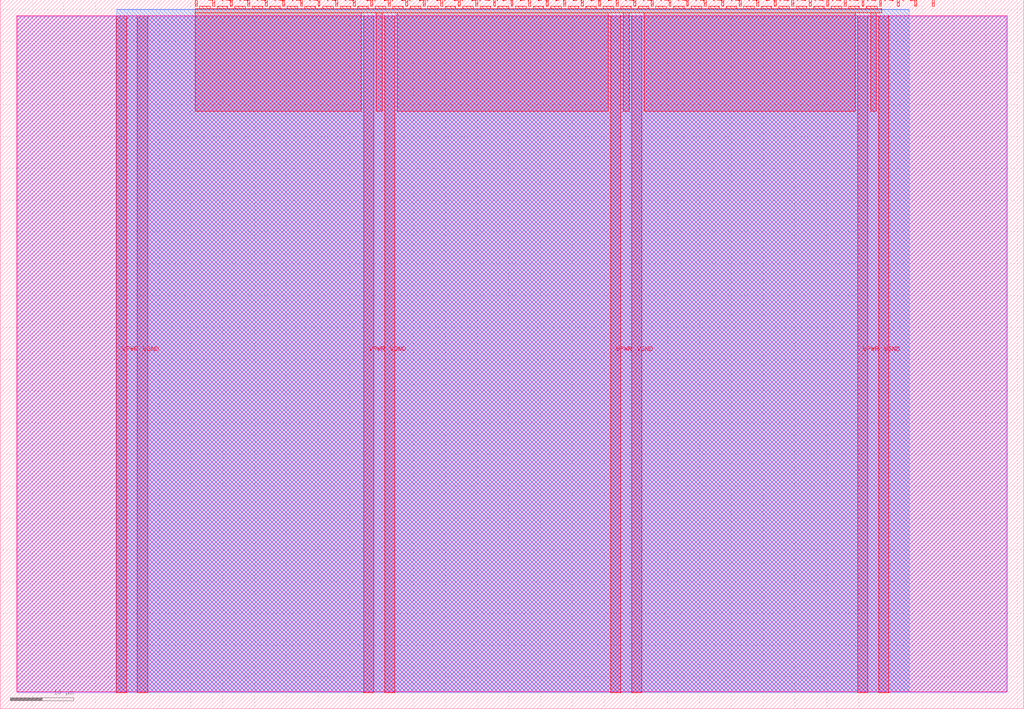
<source format=lef>
VERSION 5.7 ;
  NOWIREEXTENSIONATPIN ON ;
  DIVIDERCHAR "/" ;
  BUSBITCHARS "[]" ;
MACRO tt_um_wokwi_414120372939908097
  CLASS BLOCK ;
  FOREIGN tt_um_wokwi_414120372939908097 ;
  ORIGIN 0.000 0.000 ;
  SIZE 161.000 BY 111.520 ;
  PIN VGND
    DIRECTION INOUT ;
    USE GROUND ;
    PORT
      LAYER met4 ;
        RECT 21.580 2.480 23.180 109.040 ;
    END
    PORT
      LAYER met4 ;
        RECT 60.450 2.480 62.050 109.040 ;
    END
    PORT
      LAYER met4 ;
        RECT 99.320 2.480 100.920 109.040 ;
    END
    PORT
      LAYER met4 ;
        RECT 138.190 2.480 139.790 109.040 ;
    END
  END VGND
  PIN VPWR
    DIRECTION INOUT ;
    USE POWER ;
    PORT
      LAYER met4 ;
        RECT 18.280 2.480 19.880 109.040 ;
    END
    PORT
      LAYER met4 ;
        RECT 57.150 2.480 58.750 109.040 ;
    END
    PORT
      LAYER met4 ;
        RECT 96.020 2.480 97.620 109.040 ;
    END
    PORT
      LAYER met4 ;
        RECT 134.890 2.480 136.490 109.040 ;
    END
  END VPWR
  PIN clk
    DIRECTION INPUT ;
    USE SIGNAL ;
    PORT
      LAYER met4 ;
        RECT 143.830 110.520 144.130 111.520 ;
    END
  END clk
  PIN ena
    DIRECTION INPUT ;
    USE SIGNAL ;
    PORT
      LAYER met4 ;
        RECT 146.590 110.520 146.890 111.520 ;
    END
  END ena
  PIN rst_n
    DIRECTION INPUT ;
    USE SIGNAL ;
    PORT
      LAYER met4 ;
        RECT 141.070 110.520 141.370 111.520 ;
    END
  END rst_n
  PIN ui_in[0]
    DIRECTION INPUT ;
    USE SIGNAL ;
    ANTENNAGATEAREA 0.196500 ;
    PORT
      LAYER met4 ;
        RECT 138.310 110.520 138.610 111.520 ;
    END
  END ui_in[0]
  PIN ui_in[1]
    DIRECTION INPUT ;
    USE SIGNAL ;
    ANTENNAGATEAREA 0.196500 ;
    PORT
      LAYER met4 ;
        RECT 135.550 110.520 135.850 111.520 ;
    END
  END ui_in[1]
  PIN ui_in[2]
    DIRECTION INPUT ;
    USE SIGNAL ;
    ANTENNAGATEAREA 0.196500 ;
    PORT
      LAYER met4 ;
        RECT 132.790 110.520 133.090 111.520 ;
    END
  END ui_in[2]
  PIN ui_in[3]
    DIRECTION INPUT ;
    USE SIGNAL ;
    PORT
      LAYER met4 ;
        RECT 130.030 110.520 130.330 111.520 ;
    END
  END ui_in[3]
  PIN ui_in[4]
    DIRECTION INPUT ;
    USE SIGNAL ;
    PORT
      LAYER met4 ;
        RECT 127.270 110.520 127.570 111.520 ;
    END
  END ui_in[4]
  PIN ui_in[5]
    DIRECTION INPUT ;
    USE SIGNAL ;
    PORT
      LAYER met4 ;
        RECT 124.510 110.520 124.810 111.520 ;
    END
  END ui_in[5]
  PIN ui_in[6]
    DIRECTION INPUT ;
    USE SIGNAL ;
    PORT
      LAYER met4 ;
        RECT 121.750 110.520 122.050 111.520 ;
    END
  END ui_in[6]
  PIN ui_in[7]
    DIRECTION INPUT ;
    USE SIGNAL ;
    PORT
      LAYER met4 ;
        RECT 118.990 110.520 119.290 111.520 ;
    END
  END ui_in[7]
  PIN uio_in[0]
    DIRECTION INPUT ;
    USE SIGNAL ;
    PORT
      LAYER met4 ;
        RECT 116.230 110.520 116.530 111.520 ;
    END
  END uio_in[0]
  PIN uio_in[1]
    DIRECTION INPUT ;
    USE SIGNAL ;
    PORT
      LAYER met4 ;
        RECT 113.470 110.520 113.770 111.520 ;
    END
  END uio_in[1]
  PIN uio_in[2]
    DIRECTION INPUT ;
    USE SIGNAL ;
    PORT
      LAYER met4 ;
        RECT 110.710 110.520 111.010 111.520 ;
    END
  END uio_in[2]
  PIN uio_in[3]
    DIRECTION INPUT ;
    USE SIGNAL ;
    PORT
      LAYER met4 ;
        RECT 107.950 110.520 108.250 111.520 ;
    END
  END uio_in[3]
  PIN uio_in[4]
    DIRECTION INPUT ;
    USE SIGNAL ;
    PORT
      LAYER met4 ;
        RECT 105.190 110.520 105.490 111.520 ;
    END
  END uio_in[4]
  PIN uio_in[5]
    DIRECTION INPUT ;
    USE SIGNAL ;
    PORT
      LAYER met4 ;
        RECT 102.430 110.520 102.730 111.520 ;
    END
  END uio_in[5]
  PIN uio_in[6]
    DIRECTION INPUT ;
    USE SIGNAL ;
    PORT
      LAYER met4 ;
        RECT 99.670 110.520 99.970 111.520 ;
    END
  END uio_in[6]
  PIN uio_in[7]
    DIRECTION INPUT ;
    USE SIGNAL ;
    PORT
      LAYER met4 ;
        RECT 96.910 110.520 97.210 111.520 ;
    END
  END uio_in[7]
  PIN uio_oe[0]
    DIRECTION OUTPUT ;
    USE SIGNAL ;
    PORT
      LAYER met4 ;
        RECT 49.990 110.520 50.290 111.520 ;
    END
  END uio_oe[0]
  PIN uio_oe[1]
    DIRECTION OUTPUT ;
    USE SIGNAL ;
    PORT
      LAYER met4 ;
        RECT 47.230 110.520 47.530 111.520 ;
    END
  END uio_oe[1]
  PIN uio_oe[2]
    DIRECTION OUTPUT ;
    USE SIGNAL ;
    PORT
      LAYER met4 ;
        RECT 44.470 110.520 44.770 111.520 ;
    END
  END uio_oe[2]
  PIN uio_oe[3]
    DIRECTION OUTPUT ;
    USE SIGNAL ;
    PORT
      LAYER met4 ;
        RECT 41.710 110.520 42.010 111.520 ;
    END
  END uio_oe[3]
  PIN uio_oe[4]
    DIRECTION OUTPUT ;
    USE SIGNAL ;
    PORT
      LAYER met4 ;
        RECT 38.950 110.520 39.250 111.520 ;
    END
  END uio_oe[4]
  PIN uio_oe[5]
    DIRECTION OUTPUT ;
    USE SIGNAL ;
    PORT
      LAYER met4 ;
        RECT 36.190 110.520 36.490 111.520 ;
    END
  END uio_oe[5]
  PIN uio_oe[6]
    DIRECTION OUTPUT ;
    USE SIGNAL ;
    PORT
      LAYER met4 ;
        RECT 33.430 110.520 33.730 111.520 ;
    END
  END uio_oe[6]
  PIN uio_oe[7]
    DIRECTION OUTPUT ;
    USE SIGNAL ;
    PORT
      LAYER met4 ;
        RECT 30.670 110.520 30.970 111.520 ;
    END
  END uio_oe[7]
  PIN uio_out[0]
    DIRECTION OUTPUT ;
    USE SIGNAL ;
    PORT
      LAYER met4 ;
        RECT 72.070 110.520 72.370 111.520 ;
    END
  END uio_out[0]
  PIN uio_out[1]
    DIRECTION OUTPUT ;
    USE SIGNAL ;
    PORT
      LAYER met4 ;
        RECT 69.310 110.520 69.610 111.520 ;
    END
  END uio_out[1]
  PIN uio_out[2]
    DIRECTION OUTPUT ;
    USE SIGNAL ;
    PORT
      LAYER met4 ;
        RECT 66.550 110.520 66.850 111.520 ;
    END
  END uio_out[2]
  PIN uio_out[3]
    DIRECTION OUTPUT ;
    USE SIGNAL ;
    PORT
      LAYER met4 ;
        RECT 63.790 110.520 64.090 111.520 ;
    END
  END uio_out[3]
  PIN uio_out[4]
    DIRECTION OUTPUT ;
    USE SIGNAL ;
    PORT
      LAYER met4 ;
        RECT 61.030 110.520 61.330 111.520 ;
    END
  END uio_out[4]
  PIN uio_out[5]
    DIRECTION OUTPUT ;
    USE SIGNAL ;
    PORT
      LAYER met4 ;
        RECT 58.270 110.520 58.570 111.520 ;
    END
  END uio_out[5]
  PIN uio_out[6]
    DIRECTION OUTPUT ;
    USE SIGNAL ;
    PORT
      LAYER met4 ;
        RECT 55.510 110.520 55.810 111.520 ;
    END
  END uio_out[6]
  PIN uio_out[7]
    DIRECTION OUTPUT ;
    USE SIGNAL ;
    PORT
      LAYER met4 ;
        RECT 52.750 110.520 53.050 111.520 ;
    END
  END uio_out[7]
  PIN uo_out[0]
    DIRECTION OUTPUT ;
    USE SIGNAL ;
    ANTENNADIFFAREA 0.795200 ;
    PORT
      LAYER met4 ;
        RECT 94.150 110.520 94.450 111.520 ;
    END
  END uo_out[0]
  PIN uo_out[1]
    DIRECTION OUTPUT ;
    USE SIGNAL ;
    ANTENNADIFFAREA 0.795200 ;
    PORT
      LAYER met4 ;
        RECT 91.390 110.520 91.690 111.520 ;
    END
  END uo_out[1]
  PIN uo_out[2]
    DIRECTION OUTPUT ;
    USE SIGNAL ;
    PORT
      LAYER met4 ;
        RECT 88.630 110.520 88.930 111.520 ;
    END
  END uo_out[2]
  PIN uo_out[3]
    DIRECTION OUTPUT ;
    USE SIGNAL ;
    PORT
      LAYER met4 ;
        RECT 85.870 110.520 86.170 111.520 ;
    END
  END uo_out[3]
  PIN uo_out[4]
    DIRECTION OUTPUT ;
    USE SIGNAL ;
    PORT
      LAYER met4 ;
        RECT 83.110 110.520 83.410 111.520 ;
    END
  END uo_out[4]
  PIN uo_out[5]
    DIRECTION OUTPUT ;
    USE SIGNAL ;
    PORT
      LAYER met4 ;
        RECT 80.350 110.520 80.650 111.520 ;
    END
  END uo_out[5]
  PIN uo_out[6]
    DIRECTION OUTPUT ;
    USE SIGNAL ;
    PORT
      LAYER met4 ;
        RECT 77.590 110.520 77.890 111.520 ;
    END
  END uo_out[6]
  PIN uo_out[7]
    DIRECTION OUTPUT ;
    USE SIGNAL ;
    PORT
      LAYER met4 ;
        RECT 74.830 110.520 75.130 111.520 ;
    END
  END uo_out[7]
  OBS
      LAYER nwell ;
        RECT 2.570 2.635 158.430 108.990 ;
      LAYER li1 ;
        RECT 2.760 2.635 158.240 108.885 ;
      LAYER met1 ;
        RECT 2.760 2.480 158.240 109.040 ;
      LAYER met2 ;
        RECT 18.310 2.535 142.970 110.005 ;
      LAYER met3 ;
        RECT 18.290 2.555 142.995 109.985 ;
      LAYER met4 ;
        RECT 31.370 110.120 33.030 110.520 ;
        RECT 34.130 110.120 35.790 110.520 ;
        RECT 36.890 110.120 38.550 110.520 ;
        RECT 39.650 110.120 41.310 110.520 ;
        RECT 42.410 110.120 44.070 110.520 ;
        RECT 45.170 110.120 46.830 110.520 ;
        RECT 47.930 110.120 49.590 110.520 ;
        RECT 50.690 110.120 52.350 110.520 ;
        RECT 53.450 110.120 55.110 110.520 ;
        RECT 56.210 110.120 57.870 110.520 ;
        RECT 58.970 110.120 60.630 110.520 ;
        RECT 61.730 110.120 63.390 110.520 ;
        RECT 64.490 110.120 66.150 110.520 ;
        RECT 67.250 110.120 68.910 110.520 ;
        RECT 70.010 110.120 71.670 110.520 ;
        RECT 72.770 110.120 74.430 110.520 ;
        RECT 75.530 110.120 77.190 110.520 ;
        RECT 78.290 110.120 79.950 110.520 ;
        RECT 81.050 110.120 82.710 110.520 ;
        RECT 83.810 110.120 85.470 110.520 ;
        RECT 86.570 110.120 88.230 110.520 ;
        RECT 89.330 110.120 90.990 110.520 ;
        RECT 92.090 110.120 93.750 110.520 ;
        RECT 94.850 110.120 96.510 110.520 ;
        RECT 97.610 110.120 99.270 110.520 ;
        RECT 100.370 110.120 102.030 110.520 ;
        RECT 103.130 110.120 104.790 110.520 ;
        RECT 105.890 110.120 107.550 110.520 ;
        RECT 108.650 110.120 110.310 110.520 ;
        RECT 111.410 110.120 113.070 110.520 ;
        RECT 114.170 110.120 115.830 110.520 ;
        RECT 116.930 110.120 118.590 110.520 ;
        RECT 119.690 110.120 121.350 110.520 ;
        RECT 122.450 110.120 124.110 110.520 ;
        RECT 125.210 110.120 126.870 110.520 ;
        RECT 127.970 110.120 129.630 110.520 ;
        RECT 130.730 110.120 132.390 110.520 ;
        RECT 133.490 110.120 135.150 110.520 ;
        RECT 136.250 110.120 137.910 110.520 ;
        RECT 30.655 109.440 138.625 110.120 ;
        RECT 30.655 94.015 56.750 109.440 ;
        RECT 59.150 94.015 60.050 109.440 ;
        RECT 62.450 94.015 95.620 109.440 ;
        RECT 98.020 94.015 98.920 109.440 ;
        RECT 101.320 94.015 134.490 109.440 ;
        RECT 136.890 94.015 137.790 109.440 ;
  END
END tt_um_wokwi_414120372939908097
END LIBRARY


</source>
